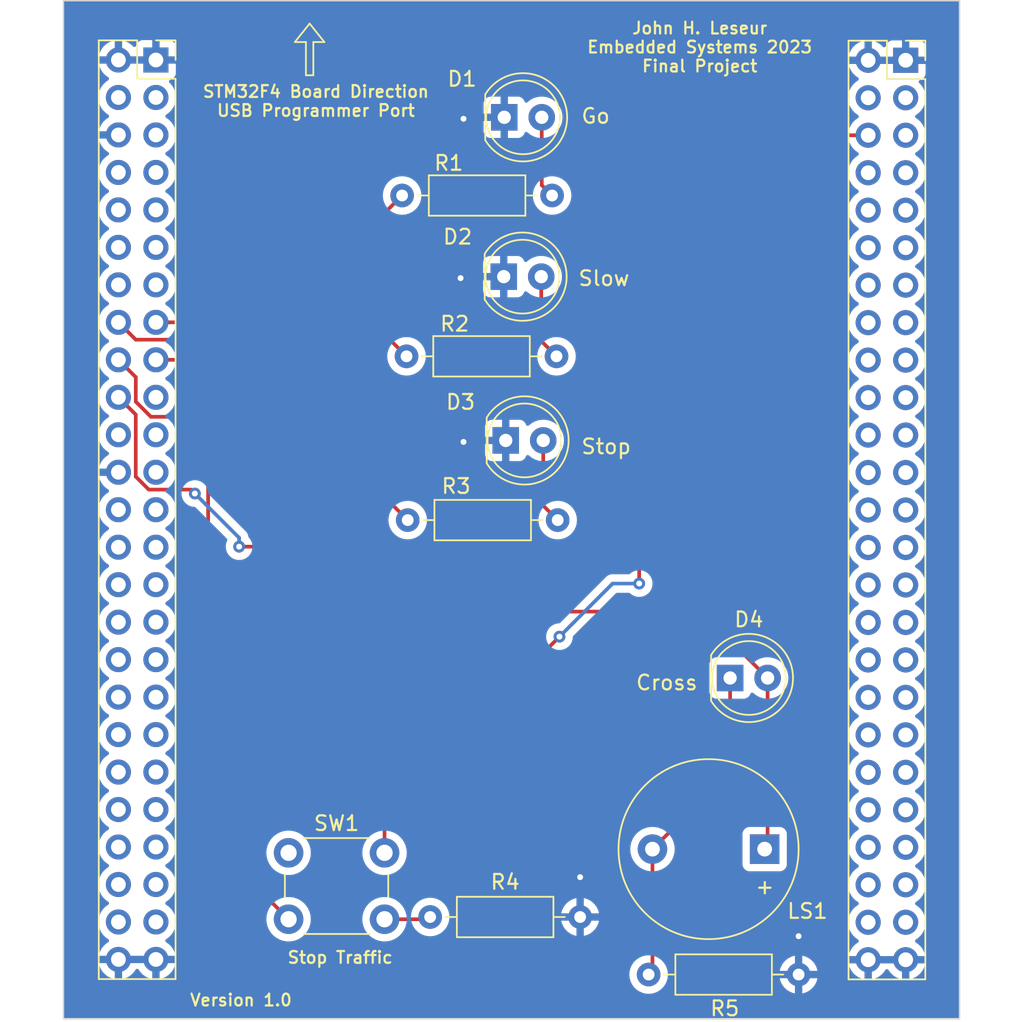
<source format=kicad_pcb>
(kicad_pcb (version 20221018) (generator pcbnew)
  (layers (0 "F.Cu" signal) (31 "B.Cu" signal) (34 "B.Paste" user) (35 "F.Paste" user) (36 "B.SilkS" user "B.Silkscreen") (37 "F.SilkS" user "F.Silkscreen") (38 "B.Mask" user) (39 "F.Mask" user) (44 "Edge.Cuts" user))
  (net 0 "")
  (net 1 "GND")
  (net 8 "Net-(D1-A)")
  (net 9 "Net-(D2-A)")
  (net 10 "Net-(D3-A)")
  (net 11 "Net-(D4-K)")
  (net 21 "+5V")
  (net 22 "+3V0")
  (net 69 "Buzzer{slash}LED")
  (net 74 "unconnected-(J1-Pin_14-Pad14)")
  (net 90 "Green_LED")
  (net 91 "Yellow_LED")
  (net 92 "Red_LED")
  (net 93 "Switch")
  (footprint "Connector_PinSocket_2.54mm:PinSocket_2x25_P2.54mm_Vertical" (layer "F.Cu") (at 170.1524 59.1362)
    (fp_text reference "J2")
    (fp_text value "Discovery Board Conn 2")
    (fp_line (start -3.87 -1.33) (end -3.87 62.29) (stroke (width 0.12)) (layer "F.SilkS"))
    (fp_line (start -3.87 -1.33) (end -1.27 -1.33) (stroke (width 0.12)) (layer "F.SilkS"))
    (fp_line (start -3.87 62.29) (end 1.33 62.29) (stroke (width 0.12)) (layer "F.SilkS"))
    (fp_line (start -1.27 -1.33) (end -1.27 1.27) (stroke (width 0.12)) (layer "F.SilkS"))
    (fp_line (start -1.27 1.27) (end 1.33 1.27) (stroke (width 0.12)) (layer "F.SilkS"))
    (fp_line (start 0 -1.33) (end 1.33 -1.33) (stroke (width 0.12)) (layer "F.SilkS"))
    (fp_line (start 1.33 -1.33) (end 1.33 0) (stroke (width 0.12)) (layer "F.SilkS"))
    (fp_line (start 1.33 1.27) (end 1.33 62.29) (stroke (width 0.12)) (layer "F.SilkS"))
    (pad "1" thru_hole rect (at 0 0) (size 1.7 1.7) (drill 1) (layers "*.Cu" "*.Mask") (net 1 "GND"))
    (pad "2" thru_hole oval (at -2.54 0) (size 1.7 1.7) (drill 1) (layers "*.Cu" "*.Mask") (net 1 "GND"))
    (pad "3" thru_hole oval (at 0 2.54) (size 1.7 1.7) (drill 1) (layers "*.Cu" "*.Mask") (net 21 "+5V"))
    (pad "4" thru_hole oval (at -2.54 2.54) (size 1.7 1.7) (drill 1) (layers "*.Cu" "*.Mask") (net 21 "+5V"))
    (pad "5" thru_hole oval (at 0 5.08) (size 1.7 1.7) (drill 1) (layers "*.Cu" "*.Mask") (net 22 "+3V0"))
    (pad "6" thru_hole oval (at -2.54 5.08) (size 1.7 1.7) (drill 1) (layers "*.Cu" "*.Mask") (net 22 "+3V0"))
    (pad "7" thru_hole oval (at 0 7.62) (size 1.7 1.7) (drill 1) (layers "*.Cu" "*.Mask"))
    (pad "8" thru_hole oval (at -2.54 7.62) (size 1.7 1.7) (drill 1) (layers "*.Cu" "*.Mask"))
    (pad "9" thru_hole oval (at 0 10.16) (size 1.7 1.7) (drill 1) (layers "*.Cu" "*.Mask"))
    (pad "10" thru_hole oval (at -2.54 10.16) (size 1.7 1.7) (drill 1) (layers "*.Cu" "*.Mask"))
    (pad "11" thru_hole oval (at 0 12.7) (size 1.7 1.7) (drill 1) (layers "*.Cu" "*.Mask"))
    (pad "12" thru_hole oval (at -2.54 12.7) (size 1.7 1.7) (drill 1) (layers "*.Cu" "*.Mask"))
    (pad "13" thru_hole oval (at 0 15.24) (size 1.7 1.7) (drill 1) (layers "*.Cu" "*.Mask"))
    (pad "14" thru_hole oval (at -2.54 15.24) (size 1.7 1.7) (drill 1) (layers "*.Cu" "*.Mask"))
    (pad "15" thru_hole oval (at 0 17.78) (size 1.7 1.7) (drill 1) (layers "*.Cu" "*.Mask"))
    (pad "16" thru_hole oval (at -2.54 17.78) (size 1.7 1.7) (drill 1) (layers "*.Cu" "*.Mask"))
    (pad "17" thru_hole oval (at 0 20.32) (size 1.7 1.7) (drill 1) (layers "*.Cu" "*.Mask"))
    (pad "18" thru_hole oval (at -2.54 20.32) (size 1.7 1.7) (drill 1) (layers "*.Cu" "*.Mask"))
    (pad "19" thru_hole oval (at 0 22.86) (size 1.7 1.7) (drill 1) (layers "*.Cu" "*.Mask"))
    (pad "20" thru_hole oval (at -2.54 22.86) (size 1.7 1.7) (drill 1) (layers "*.Cu" "*.Mask"))
    (pad "21" thru_hole oval (at 0 25.4) (size 1.7 1.7) (drill 1) (layers "*.Cu" "*.Mask"))
    (pad "22" thru_hole oval (at -2.54 25.4) (size 1.7 1.7) (drill 1) (layers "*.Cu" "*.Mask"))
    (pad "23" thru_hole oval (at 0 27.94) (size 1.7 1.7) (drill 1) (layers "*.Cu" "*.Mask"))
    (pad "24" thru_hole oval (at -2.54 27.94) (size 1.7 1.7) (drill 1) (layers "*.Cu" "*.Mask"))
    (pad "25" thru_hole oval (at 0 30.48) (size 1.7 1.7) (drill 1) (layers "*.Cu" "*.Mask"))
    (pad "26" thru_hole oval (at -2.54 30.48) (size 1.7 1.7) (drill 1) (layers "*.Cu" "*.Mask"))
    (pad "27" thru_hole oval (at 0 33.02) (size 1.7 1.7) (drill 1) (layers "*.Cu" "*.Mask"))
    (pad "28" thru_hole oval (at -2.54 33.02) (size 1.7 1.7) (drill 1) (layers "*.Cu" "*.Mask"))
    (pad "29" thru_hole oval (at 0 35.56) (size 1.7 1.7) (drill 1) (layers "*.Cu" "*.Mask"))
    (pad "30" thru_hole oval (at -2.54 35.56) (size 1.7 1.7) (drill 1) (layers "*.Cu" "*.Mask"))
    (pad "31" thru_hole oval (at 0 38.1) (size 1.7 1.7) (drill 1) (layers "*.Cu" "*.Mask"))
    (pad "32" thru_hole oval (at -2.54 38.1) (size 1.7 1.7) (drill 1) (layers "*.Cu" "*.Mask"))
    (pad "33" thru_hole oval (at 0 40.64) (size 1.7 1.7) (drill 1) (layers "*.Cu" "*.Mask"))
    (pad "34" thru_hole oval (at -2.54 40.64) (size 1.7 1.7) (drill 1) (layers "*.Cu" "*.Mask"))
    (pad "35" thru_hole oval (at 0 43.18) (size 1.7 1.7) (drill 1) (layers "*.Cu" "*.Mask"))
    (pad "36" thru_hole oval (at -2.54 43.18) (size 1.7 1.7) (drill 1) (layers "*.Cu" "*.Mask"))
    (pad "37" thru_hole oval (at 0 45.72) (size 1.7 1.7) (drill 1) (layers "*.Cu" "*.Mask"))
    (pad "38" thru_hole oval (at -2.54 45.72) (size 1.7 1.7) (drill 1) (layers "*.Cu" "*.Mask"))
    (pad "39" thru_hole oval (at 0 48.26) (size 1.7 1.7) (drill 1) (layers "*.Cu" "*.Mask"))
    (pad "40" thru_hole oval (at -2.54 48.26) (size 1.7 1.7) (drill 1) (layers "*.Cu" "*.Mask"))
    (pad "41" thru_hole oval (at 0 50.8) (size 1.7 1.7) (drill 1) (layers "*.Cu" "*.Mask"))
    (pad "42" thru_hole oval (at -2.54 50.8) (size 1.7 1.7) (drill 1) (layers "*.Cu" "*.Mask"))
    (pad "43" thru_hole oval (at 0 53.34) (size 1.7 1.7) (drill 1) (layers "*.Cu" "*.Mask"))
    (pad "44" thru_hole oval (at -2.54 53.34) (size 1.7 1.7) (drill 1) (layers "*.Cu" "*.Mask"))
    (pad "45" thru_hole oval (at 0 55.88) (size 1.7 1.7) (drill 1) (layers "*.Cu" "*.Mask"))
    (pad "46" thru_hole oval (at -2.54 55.88) (size 1.7 1.7) (drill 1) (layers "*.Cu" "*.Mask"))
    (pad "47" thru_hole oval (at 0 58.42) (size 1.7 1.7) (drill 1) (layers "*.Cu" "*.Mask"))
    (pad "48" thru_hole oval (at -2.54 58.42) (size 1.7 1.7) (drill 1) (layers "*.Cu" "*.Mask"))
    (pad "49" thru_hole oval (at 0 60.96) (size 1.7 1.7) (drill 1) (layers "*.Cu" "*.Mask") (net 1 "GND"))
    (pad "50" thru_hole oval (at -2.54 60.96) (size 1.7 1.7) (drill 1) (layers "*.Cu" "*.Mask") (net 1 "GND"))
  )
  (footprint "LED_THT:LED_D5.0mm_Clear" (layer "F.Cu") (at 142.96 63)
    (fp_text reference "D1" (at -2.86 -2.6) (layer "F.SilkS"))
    (fp_text value "LED")
    (fp_line (start -1.29 -1.545) (end -1.29 1.545) (stroke (width 0.12)) (layer "F.SilkS"))
    (fp_arc (start -1.29 -1.54483) (mid 2.072002 -2.880433) (end 4.26 0.000462) (stroke (width 0.12)) (layer "F.SilkS"))
    (fp_arc (start 4.26 -0.000462) (mid 2.072002 2.880433) (end -1.29 1.54483) (stroke (width 0.12)) (layer "F.SilkS"))
    (fp_circle (center 1.27 0) (end 3.77 0) (stroke (width 0.12)) (fill none) (layer "F.SilkS"))
    (pad "1" thru_hole rect (at 0 0) (size 1.8 1.8) (drill 0.9) (layers "*.Cu" "*.Mask") (net 1 "GND"))
    (pad "2" thru_hole circle (at 2.54 0) (size 1.8 1.8) (drill 0.9) (layers "*.Cu" "*.Mask") (net 8 "Net-(D1-A)"))
  )
  (footprint "LED_THT:LED_D5.0mm_Clear" (layer "F.Cu") (at 142.925 73.8)
    (fp_text reference "D2" (at -3.125 -2.7) (layer "F.SilkS"))
    (fp_text value "LED")
    (fp_line (start -1.29 -1.545) (end -1.29 1.545) (stroke (width 0.12)) (layer "F.SilkS"))
    (fp_arc (start -1.29 -1.54483) (mid 2.072002 -2.880433) (end 4.26 0.000462) (stroke (width 0.12)) (layer "F.SilkS"))
    (fp_arc (start 4.26 -0.000462) (mid 2.072002 2.880433) (end -1.29 1.54483) (stroke (width 0.12)) (layer "F.SilkS"))
    (fp_circle (center 1.27 0) (end 3.77 0) (stroke (width 0.12)) (fill none) (layer "F.SilkS"))
    (pad "1" thru_hole rect (at 0 0) (size 1.8 1.8) (drill 0.9) (layers "*.Cu" "*.Mask") (net 1 "GND"))
    (pad "2" thru_hole circle (at 2.54 0) (size 1.8 1.8) (drill 0.9) (layers "*.Cu" "*.Mask") (net 9 "Net-(D2-A)"))
  )
  (footprint "LED_THT:LED_D5.0mm_Clear" (layer "F.Cu") (at 143.06 84.9)
    (fp_text reference "D3" (at -3.06 -2.6) (layer "F.SilkS"))
    (fp_text value "LED")
    (fp_line (start -1.29 -1.545) (end -1.29 1.545) (stroke (width 0.12)) (layer "F.SilkS"))
    (fp_arc (start -1.29 -1.54483) (mid 2.072002 -2.880433) (end 4.26 0.000462) (stroke (width 0.12)) (layer "F.SilkS"))
    (fp_arc (start 4.26 -0.000462) (mid 2.072002 2.880433) (end -1.29 1.54483) (stroke (width 0.12)) (layer "F.SilkS"))
    (fp_circle (center 1.27 0) (end 3.77 0) (stroke (width 0.12)) (fill none) (layer "F.SilkS"))
    (pad "1" thru_hole rect (at 0 0) (size 1.8 1.8) (drill 0.9) (layers "*.Cu" "*.Mask") (net 1 "GND"))
    (pad "2" thru_hole circle (at 2.54 0) (size 1.8 1.8) (drill 0.9) (layers "*.Cu" "*.Mask") (net 10 "Net-(D3-A)"))
  )
  (footprint "Resistor_THT:R_Axial_DIN0207_L6.3mm_D2.5mm_P10.16mm_Horizontal" (layer "F.Cu") (at 136.42 90.3)
    (fp_text reference "R3" (at 3.28 -2.3) (layer "F.SilkS"))
    (fp_text value "330")
    (fp_line (start 1.04 0) (end 1.81 0) (stroke (width 0.12)) (layer "F.SilkS"))
    (fp_line (start 1.81 -1.37) (end 1.81 1.37) (stroke (width 0.12)) (layer "F.SilkS"))
    (fp_line (start 1.81 1.37) (end 8.35 1.37) (stroke (width 0.12)) (layer "F.SilkS"))
    (fp_line (start 8.35 -1.37) (end 1.81 -1.37) (stroke (width 0.12)) (layer "F.SilkS"))
    (fp_line (start 8.35 1.37) (end 8.35 -1.37) (stroke (width 0.12)) (layer "F.SilkS"))
    (fp_line (start 9.12 0) (end 8.35 0) (stroke (width 0.12)) (layer "F.SilkS"))
    (pad "1" thru_hole circle (at 0 0) (size 1.6 1.6) (drill 0.8) (layers "*.Cu" "*.Mask") (net 92 "Red_LED"))
    (pad "2" thru_hole oval (at 10.16 0) (size 1.6 1.6) (drill 0.8) (layers "*.Cu" "*.Mask") (net 10 "Net-(D3-A)"))
  )
  (footprint "Button_Switch_THT:SW_PUSH_6mm" (layer "F.Cu") (at 128.35 112.85)
    (fp_text reference "SW1" (at 3.25 -2) (layer "F.SilkS"))
    (fp_text value "SW_Push")
    (fp_line (start -0.25 1.5) (end -0.25 3) (stroke (width 0.12)) (layer "F.SilkS"))
    (fp_line (start 1 5.5) (end 5.5 5.5) (stroke (width 0.12)) (layer "F.SilkS"))
    (fp_line (start 5.5 -1) (end 1 -1) (stroke (width 0.12)) (layer "F.SilkS"))
    (fp_line (start 6.75 3) (end 6.75 1.5) (stroke (width 0.12)) (layer "F.SilkS"))
    (pad "1" thru_hole circle (at 0 0 90) (size 2 2) (drill 1.1) (layers "*.Cu" "*.Mask") (net 22 "+3V0"))
    (pad "1" thru_hole circle (at 6.5 0 90) (size 2 2) (drill 1.1) (layers "*.Cu" "*.Mask") (net 22 "+3V0"))
    (pad "2" thru_hole circle (at 0 4.5 90) (size 2 2) (drill 1.1) (layers "*.Cu" "*.Mask") (net 93 "Switch"))
    (pad "2" thru_hole circle (at 6.5 4.5 90) (size 2 2) (drill 1.1) (layers "*.Cu" "*.Mask") (net 93 "Switch"))
  )
  (footprint "Buzzer_Beeper:Buzzer_12x9.5RM7.6" (layer "F.Cu") (at 160.6 112.6 180)
    (fp_text reference "LS1" (at -2.9 -4.2) (layer "F.SilkS"))
    (fp_text value "Speaker")
    (fp_text user "+" (at -0.01 -2.54) (layer "F.SilkS"))
    (fp_circle (center 3.8 0) (end 9.9 0) (stroke (width 0.12)) (fill none) (layer "F.SilkS"))
    (pad "1" thru_hole rect (at 0 0 180) (size 2 2) (drill 1) (layers "*.Cu" "*.Mask") (net 69 "Buzzer{slash}LED"))
    (pad "2" thru_hole circle (at 7.6 0 180) (size 2 2) (drill 1) (layers "*.Cu" "*.Mask") (net 11 "Net-(D4-K)"))
  )
  (footprint "Connector_PinSocket_2.54mm:PinSocket_2x25_P2.54mm_Vertical" (layer "F.Cu") (at 119.3624 59.1162)
    (fp_text reference "J1")
    (fp_text value "Discovery Board Conn 1")
    (fp_line (start -3.87 -1.33) (end -3.87 62.29) (stroke (width 0.12)) (layer "F.SilkS"))
    (fp_line (start -3.87 -1.33) (end -1.27 -1.33) (stroke (width 0.12)) (layer "F.SilkS"))
    (fp_line (start -3.87 62.29) (end 1.33 62.29) (stroke (width 0.12)) (layer "F.SilkS"))
    (fp_line (start -1.27 -1.33) (end -1.27 1.27) (stroke (width 0.12)) (layer "F.SilkS"))
    (fp_line (start -1.27 1.27) (end 1.33 1.27) (stroke (width 0.12)) (layer "F.SilkS"))
    (fp_line (start 0 -1.33) (end 1.33 -1.33) (stroke (width 0.12)) (layer "F.SilkS"))
    (fp_line (start 1.33 -1.33) (end 1.33 0) (stroke (width 0.12)) (layer "F.SilkS"))
    (fp_line (start 1.33 1.27) (end 1.33 62.29) (stroke (width 0.12)) (layer "F.SilkS"))
    (pad "1" thru_hole rect (at 0 0) (size 1.7 1.7) (drill 1) (layers "*.Cu" "*.Mask") (net 1 "GND"))
    (pad "2" thru_hole oval (at -2.54 0) (size 1.7 1.7) (drill 1) (layers "*.Cu" "*.Mask") (net 1 "GND"))
    (pad "3" thru_hole oval (at 0 2.54) (size 1.7 1.7) (drill 1) (layers "*.Cu" "*.Mask"))
    (pad "4" thru_hole oval (at -2.54 2.54) (size 1.7 1.7) (drill 1) (layers "*.Cu" "*.Mask"))
    (pad "5" thru_hole oval (at 0 5.08) (size 1.7 1.7) (drill 1) (layers "*.Cu" "*.Mask"))
    (pad "6" thru_hole oval (at -2.54 5.08) (size 1.7 1.7) (drill 1) (layers "*.Cu" "*.Mask") (net 1 "GND"))
    (pad "7" thru_hole oval (at 0 7.62) (size 1.7 1.7) (drill 1) (layers "*.Cu" "*.Mask"))
    (pad "8" thru_hole oval (at -2.54 7.62) (size 1.7 1.7) (drill 1) (layers "*.Cu" "*.Mask"))
    (pad "9" thru_hole oval (at 0 10.16) (size 1.7 1.7) (drill 1) (layers "*.Cu" "*.Mask"))
    (pad "10" thru_hole oval (at -2.54 10.16) (size 1.7 1.7) (drill 1) (layers "*.Cu" "*.Mask"))
    (pad "11" thru_hole oval (at 0 12.7) (size 1.7 1.7) (drill 1) (layers "*.Cu" "*.Mask"))
    (pad "12" thru_hole oval (at -2.54 12.7) (size 1.7 1.7) (drill 1) (layers "*.Cu" "*.Mask"))
    (pad "13" thru_hole oval (at 0 15.24) (size 1.7 1.7) (drill 1) (layers "*.Cu" "*.Mask"))
    (pad "14" thru_hole oval (at -2.54 15.24) (size 1.7 1.7) (drill 1) (layers "*.Cu" "*.Mask") (net 74 "unconnected-(J1-Pin_14-Pad14)"))
    (pad "15" thru_hole oval (at 0 17.78) (size 1.7 1.7) (drill 1) (layers "*.Cu" "*.Mask") (net 90 "Green_LED"))
    (pad "16" thru_hole oval (at -2.54 17.78) (size 1.7 1.7) (drill 1) (layers "*.Cu" "*.Mask") (net 91 "Yellow_LED"))
    (pad "17" thru_hole oval (at 0 20.32) (size 1.7 1.7) (drill 1) (layers "*.Cu" "*.Mask") (net 92 "Red_LED"))
    (pad "18" thru_hole oval (at -2.54 20.32) (size 1.7 1.7) (drill 1) (layers "*.Cu" "*.Mask") (net 93 "Switch"))
    (pad "19" thru_hole oval (at 0 22.86) (size 1.7 1.7) (drill 1) (layers "*.Cu" "*.Mask"))
    (pad "20" thru_hole oval (at -2.54 22.86) (size 1.7 1.7) (drill 1) (layers "*.Cu" "*.Mask") (net 69 "Buzzer{slash}LED"))
    (pad "21" thru_hole oval (at 0 25.4) (size 1.7 1.7) (drill 1) (layers "*.Cu" "*.Mask"))
    (pad "22" thru_hole oval (at -2.54 25.4) (size 1.7 1.7) (drill 1) (layers "*.Cu" "*.Mask"))
    (pad "23" thru_hole oval (at 0 27.94) (size 1.7 1.7) (drill 1) (layers "*.Cu" "*.Mask"))
    (pad "24" thru_hole oval (at -2.54 27.94) (size 1.7 1.7) (drill 1) (layers "*.Cu" "*.Mask") (net 1 "GND"))
    (pad "25" thru_hole oval (at 0 30.48) (size 1.7 1.7) (drill 1) (layers "*.Cu" "*.Mask"))
    (pad "26" thru_hole oval (at -2.54 30.48) (size 1.7 1.7) (drill 1) (layers "*.Cu" "*.Mask"))
    (pad "27" thru_hole oval (at 0 33.02) (size 1.7 1.7) (drill 1) (layers "*.Cu" "*.Mask"))
    (pad "28" thru_hole oval (at -2.54 33.02) (size 1.7 1.7) (drill 1) (layers "*.Cu" "*.Mask"))
    (pad "29" thru_hole oval (at 0 35.56) (size 1.7 1.7) (drill 1) (layers "*.Cu" "*.Mask"))
    (pad "30" thru_hole oval (at -2.54 35.56) (size 1.7 1.7) (drill 1) (layers "*.Cu" "*.Mask"))
    (pad "31" thru_hole oval (at 0 38.1) (size 1.7 1.7) (drill 1) (layers "*.Cu" "*.Mask"))
    (pad "32" thru_hole oval (at -2.54 38.1) (size 1.7 1.7) (drill 1) (layers "*.Cu" "*.Mask"))
    (pad "33" thru_hole oval (at 0 40.64) (size 1.7 1.7) (drill 1) (layers "*.Cu" "*.Mask"))
    (pad "34" thru_hole oval (at -2.54 40.64) (size 1.7 1.7) (drill 1) (layers "*.Cu" "*.Mask"))
    (pad "35" thru_hole oval (at 0 43.18) (size 1.7 1.7) (drill 1) (layers "*.Cu" "*.Mask"))
    (pad "36" thru_hole oval (at -2.54 43.18) (size 1.7 1.7) (drill 1) (layers "*.Cu" "*.Mask"))
    (pad "37" thru_hole oval (at 0 45.72) (size 1.7 1.7) (drill 1) (layers "*.Cu" "*.Mask"))
    (pad "38" thru_hole oval (at -2.54 45.72) (size 1.7 1.7) (drill 1) (layers "*.Cu" "*.Mask"))
    (pad "39" thru_hole oval (at 0 48.26) (size 1.7 1.7) (drill 1) (layers "*.Cu" "*.Mask"))
    (pad "40" thru_hole oval (at -2.54 48.26) (size 1.7 1.7) (drill 1) (layers "*.Cu" "*.Mask"))
    (pad "41" thru_hole oval (at 0 50.8) (size 1.7 1.7) (drill 1) (layers "*.Cu" "*.Mask"))
    (pad "42" thru_hole oval (at -2.54 50.8) (size 1.7 1.7) (drill 1) (layers "*.Cu" "*.Mask"))
    (pad "43" thru_hole oval (at 0 53.34) (size 1.7 1.7) (drill 1) (layers "*.Cu" "*.Mask"))
    (pad "44" thru_hole oval (at -2.54 53.34) (size 1.7 1.7) (drill 1) (layers "*.Cu" "*.Mask"))
    (pad "45" thru_hole oval (at 0 55.88) (size 1.7 1.7) (drill 1) (layers "*.Cu" "*.Mask"))
    (pad "46" thru_hole oval (at -2.54 55.88) (size 1.7 1.7) (drill 1) (layers "*.Cu" "*.Mask"))
    (pad "47" thru_hole oval (at 0 58.42) (size 1.7 1.7) (drill 1) (layers "*.Cu" "*.Mask"))
    (pad "48" thru_hole oval (at -2.54 58.42) (size 1.7 1.7) (drill 1) (layers "*.Cu" "*.Mask"))
    (pad "49" thru_hole oval (at 0 60.96) (size 1.7 1.7) (drill 1) (layers "*.Cu" "*.Mask") (net 1 "GND"))
    (pad "50" thru_hole oval (at -2.54 60.96) (size 1.7 1.7) (drill 1) (layers "*.Cu" "*.Mask") (net 1 "GND"))
  )
  (footprint "Resistor_THT:R_Axial_DIN0207_L6.3mm_D2.5mm_P10.16mm_Horizontal" (layer "F.Cu") (at 152.74 121.1)
    (fp_text reference "R5" (at 5.16 2.3) (layer "F.SilkS"))
    (fp_text value "100")
    (fp_line (start 1.04 0) (end 1.81 0) (stroke (width 0.12)) (layer "F.SilkS"))
    (fp_line (start 1.81 -1.37) (end 1.81 1.37) (stroke (width 0.12)) (layer "F.SilkS"))
    (fp_line (start 1.81 1.37) (end 8.35 1.37) (stroke (width 0.12)) (layer "F.SilkS"))
    (fp_line (start 8.35 -1.37) (end 1.81 -1.37) (stroke (width 0.12)) (layer "F.SilkS"))
    (fp_line (start 8.35 1.37) (end 8.35 -1.37) (stroke (width 0.12)) (layer "F.SilkS"))
    (fp_line (start 9.12 0) (end 8.35 0) (stroke (width 0.12)) (layer "F.SilkS"))
    (pad "1" thru_hole circle (at 0 0) (size 1.6 1.6) (drill 0.8) (layers "*.Cu" "*.Mask") (net 11 "Net-(D4-K)"))
    (pad "2" thru_hole oval (at 10.16 0) (size 1.6 1.6) (drill 0.8) (layers "*.Cu" "*.Mask") (net 1 "GND"))
  )
  (footprint "LED_THT:LED_D5.0mm_Clear" (layer "F.Cu") (at 158.26 101)
    (fp_text reference "D4" (at 1.27 -3.96) (layer "F.SilkS"))
    (fp_text value "LED")
    (fp_line (start -1.29 -1.545) (end -1.29 1.545) (stroke (width 0.12)) (layer "F.SilkS"))
    (fp_arc (start -1.29 -1.54483) (mid 2.072002 -2.880433) (end 4.26 0.000462) (stroke (width 0.12)) (layer "F.SilkS"))
    (fp_arc (start 4.26 -0.000462) (mid 2.072002 2.880433) (end -1.29 1.54483) (stroke (width 0.12)) (layer "F.SilkS"))
    (fp_circle (center 1.27 0) (end 3.77 0) (stroke (width 0.12)) (fill none) (layer "F.SilkS"))
    (pad "1" thru_hole rect (at 0 0) (size 1.8 1.8) (drill 0.9) (layers "*.Cu" "*.Mask") (net 11 "Net-(D4-K)"))
    (pad "2" thru_hole circle (at 2.54 0) (size 1.8 1.8) (drill 0.9) (layers "*.Cu" "*.Mask") (net 69 "Buzzer{slash}LED"))
  )
  (footprint "Resistor_THT:R_Axial_DIN0207_L6.3mm_D2.5mm_P10.16mm_Horizontal" (layer "F.Cu") (at 136.34 79.2)
    (fp_text reference "R2" (at 3.26 -2.2) (layer "F.SilkS"))
    (fp_text value "330")
    (fp_line (start 1.04 0) (end 1.81 0) (stroke (width 0.12)) (layer "F.SilkS"))
    (fp_line (start 1.81 -1.37) (end 1.81 1.37) (stroke (width 0.12)) (layer "F.SilkS"))
    (fp_line (start 1.81 1.37) (end 8.35 1.37) (stroke (width 0.12)) (layer "F.SilkS"))
    (fp_line (start 8.35 -1.37) (end 1.81 -1.37) (stroke (width 0.12)) (layer "F.SilkS"))
    (fp_line (start 8.35 1.37) (end 8.35 -1.37) (stroke (width 0.12)) (layer "F.SilkS"))
    (fp_line (start 9.12 0) (end 8.35 0) (stroke (width 0.12)) (layer "F.SilkS"))
    (pad "1" thru_hole circle (at 0 0) (size 1.6 1.6) (drill 0.8) (layers "*.Cu" "*.Mask") (net 91 "Yellow_LED"))
    (pad "2" thru_hole oval (at 10.16 0) (size 1.6 1.6) (drill 0.8) (layers "*.Cu" "*.Mask") (net 9 "Net-(D2-A)"))
  )
  (footprint "Resistor_THT:R_Axial_DIN0207_L6.3mm_D2.5mm_P10.16mm_Horizontal" (layer "F.Cu") (at 136.04 68.3)
    (fp_text reference "R1" (at 3.16 -2.2) (layer "F.SilkS"))
    (fp_text value "330")
    (fp_line (start 1.04 0) (end 1.81 0) (stroke (width 0.12)) (layer "F.SilkS"))
    (fp_line (start 1.81 -1.37) (end 1.81 1.37) (stroke (width 0.12)) (layer "F.SilkS"))
    (fp_line (start 1.81 1.37) (end 8.35 1.37) (stroke (width 0.12)) (layer "F.SilkS"))
    (fp_line (start 8.35 -1.37) (end 1.81 -1.37) (stroke (width 0.12)) (layer "F.SilkS"))
    (fp_line (start 8.35 1.37) (end 8.35 -1.37) (stroke (width 0.12)) (layer "F.SilkS"))
    (fp_line (start 9.12 0) (end 8.35 0) (stroke (width 0.12)) (layer "F.SilkS"))
    (pad "1" thru_hole circle (at 0 0) (size 1.6 1.6) (drill 0.8) (layers "*.Cu" "*.Mask") (net 90 "Green_LED"))
    (pad "2" thru_hole oval (at 10.16 0) (size 1.6 1.6) (drill 0.8) (layers "*.Cu" "*.Mask") (net 8 "Net-(D1-A)"))
  )
  (footprint "Resistor_THT:R_Axial_DIN0207_L6.3mm_D2.5mm_P10.16mm_Horizontal" (layer "F.Cu") (at 137.94 117.2)
    (fp_text reference "R4" (at 5.08 -2.37) (layer "F.SilkS"))
    (fp_text value "220")
    (fp_line (start 1.04 0) (end 1.81 0) (stroke (width 0.12)) (layer "F.SilkS"))
    (fp_line (start 1.81 -1.37) (end 1.81 1.37) (stroke (width 0.12)) (layer "F.SilkS"))
    (fp_line (start 1.81 1.37) (end 8.35 1.37) (stroke (width 0.12)) (layer "F.SilkS"))
    (fp_line (start 8.35 -1.37) (end 1.81 -1.37) (stroke (width 0.12)) (layer "F.SilkS"))
    (fp_line (start 8.35 1.37) (end 8.35 -1.37) (stroke (width 0.12)) (layer "F.SilkS"))
    (fp_line (start 9.12 0) (end 8.35 0) (stroke (width 0.12)) (layer "F.SilkS"))
    (pad "1" thru_hole circle (at 0 0) (size 1.6 1.6) (drill 0.8) (layers "*.Cu" "*.Mask") (net 93 "Switch"))
    (pad "2" thru_hole oval (at 10.16 0) (size 1.6 1.6) (drill 0.8) (layers "*.Cu" "*.Mask") (net 1 "GND"))
  )
  (gr_line (start 129.525 57.9) (end 128.775 57.9) (stroke (width 0.12)) (layer "F.SilkS"))
  (gr_line (start 130.775 57.9) (end 129.775 56.65) (stroke (width 0.12)) (layer "F.SilkS"))
  (gr_line (start 130.775 57.9) (end 130.025 57.9) (stroke (width 0.12)) (layer "F.SilkS"))
  (gr_line (start 129.525 60.15) (end 130.025 60.15) (stroke (width 0.12)) (layer "F.SilkS"))
  (gr_line (start 130.025 60.15) (end 130.025 57.9) (stroke (width 0.12)) (layer "F.SilkS"))
  (gr_line (start 129.525 57.9) (end 129.525 60.15) (stroke (width 0.12)) (layer "F.SilkS"))
  (gr_line (start 129.775 56.65) (end 128.775 57.9) (stroke (width 0.12)) (layer "F.SilkS"))
  (gr_rect (start 113.1 55.1) (end 173.8 124.1) (stroke (width 0.1)) (fill none) (layer "Edge.Cuts"))
  (gr_text "Stop Traffic\n\n" (at 128.2 121.7) (layer "F.SilkS") (effects (font (size 0.8 0.8)) (justify left bottom)))
  (gr_text "STM32F4 Board Direction\nUSB Programmer Port" (at 130.2 61.9) (layer "F.SilkS") (effects (font (size 0.8 0.8))))
  (gr_text "John H. Leseur\nEmbedded Systems 2023\nFinal Project\n" (at 156.2 60) (layer "F.SilkS") (effects (font (size 0.8 0.8)) (justify bottom)))
  (gr_text "Stop" (at 148.1 85.9) (layer "F.SilkS") (effects (font (size 1 1)) (justify left bottom)))
  (gr_text "Slow\n" (at 147.9 74.5) (layer "F.SilkS") (effects (font (size 1 1)) (justify left bottom)))
  (gr_text "Cross" (at 151.8 101.9) (layer "F.SilkS") (effects (font (size 1 1)) (justify left bottom)))
  (gr_text "Version 1.0" (at 121.6 123.3) (layer "F.SilkS") (effects (font (size 0.8 0.8)) (justify left bottom)))
  (gr_text "Go" (at 148.1 63.5) (layer "F.SilkS") (effects (font (size 1 1)) (justify left bottom)))
  (segment (start 142.96 63) (end 140.3 63) (width 0.25) (layer "F.Cu") (net 1))
  (segment (start 140.3 63) (end 140.2 63.1) (width 0.25) (layer "F.Cu") (net 1))
  (segment (start 140.1 73.8) (end 140 73.9) (width 0.25) (layer "F.Cu") (net 1))
  (segment (start 148.1 117.2) (end 148.1 114.5) (width 0.25) (layer "F.Cu") (net 1))
  (segment (start 143.06 84.9) (end 140.3 84.9) (width 0.25) (layer "F.Cu") (net 1))
  (segment (start 162.9 121.1) (end 162.9 118.5) (width 0.25) (layer "F.Cu") (net 1))
  (segment (start 142.925 73.8) (end 140.1 73.8) (width 0.25) (layer "F.Cu") (net 1))
  (segment (start 140.3 84.9) (end 140.2 85) (width 0.25) (layer "F.Cu") (net 1))
  (via (at 148.1 114.5) (size 0.8) (drill 0.4) (layers "F.Cu" "B.Cu") (net 1))
  (via (at 162.9 118.5) (size 0.8) (drill 0.4) (layers "F.Cu" "B.Cu") (net 1))
  (via (at 140.2 63.1) (size 0.8) (drill 0.4) (layers "F.Cu" "B.Cu") (net 1))
  (via (at 140.2 85) (size 0.8) (drill 0.4) (layers "F.Cu" "B.Cu") (net 1))
  (via (at 140 73.9) (size 0.8) (drill 0.4) (layers "F.Cu" "B.Cu") (net 1))
  (segment (start 145.5 63) (end 145.5 67.6) (width 0.25) (layer "F.Cu") (net 8))
  (segment (start 145.5 67.6) (end 146.2 68.3) (width 0.25) (layer "F.Cu") (net 8))
  (segment (start 145.465 73.8) (end 145.465 78.165) (width 0.25) (layer "F.Cu") (net 9))
  (segment (start 145.465 78.165) (end 146.5 79.2) (width 0.25) (layer "F.Cu") (net 9))
  (segment (start 145.6 84.9) (end 145.6 89.32) (width 0.25) (layer "F.Cu") (net 10))
  (segment (start 145.6 89.32) (end 146.58 90.3) (width 0.25) (layer "F.Cu") (net 10))
  (segment (start 153 112.6) (end 153 120.84) (width 0.25) (layer "F.Cu") (net 11))
  (segment (start 158.26 107.34) (end 153 112.6) (width 0.25) (layer "F.Cu") (net 11))
  (segment (start 158.26 101) (end 158.26 107.34) (width 0.25) (layer "F.Cu") (net 11))
  (segment (start 153 120.84) (end 152.74 121.1) (width 0.25) (layer "F.Cu") (net 11))
  (segment (start 146.7 98.2) (end 134.85 110.05) (width 0.25) (layer "F.Cu") (net 22))
  (segment (start 160.870699 64.2162) (end 167.6124 64.2162) (width 0.25) (layer "F.Cu") (net 22))
  (segment (start 152.1 72.986899) (end 160.870699 64.2162) (width 0.25) (layer "F.Cu") (net 22))
  (segment (start 134.85 110.05) (end 134.85 112.85) (width 0.25) (layer "F.Cu") (net 22))
  (segment (start 152.1 94.6) (end 152.1 72.986899) (width 0.25) (layer "F.Cu") (net 22))
  (via (at 152.1 94.6) (size 0.8) (drill 0.4) (layers "F.Cu" "B.Cu") (net 22))
  (via (at 146.7 98.2) (size 0.8) (drill 0.4) (layers "F.Cu" "B.Cu") (net 22))
  (segment (start 150.3 94.6) (end 152.1 94.6) (width 0.25) (layer "B.Cu") (net 22))
  (segment (start 146.7 98.2) (end 150.3 94.6) (width 0.25) (layer "B.Cu") (net 22))
  (segment (start 118.875699 88.2312) (end 117.9974 87.352901) (width 0.25) (layer "F.Cu") (net 69))
  (segment (start 160.8 112.4) (end 160.6 112.6) (width 0.25) (layer "F.Cu") (net 69))
  (segment (start 121.7312 88.2312) (end 118.875699 88.2312) (width 0.25) (layer "F.Cu") (net 69))
  (segment (start 122 88.5) (end 121.7312 88.2312) (width 0.25) (layer "F.Cu") (net 69))
  (segment (start 156.3 96.5) (end 160.8 101) (width 0.25) (layer "F.Cu") (net 69))
  (segment (start 125 92.1) (end 130.4 92.1) (width 0.25) (layer "F.Cu") (net 69))
  (segment (start 117.9974 83.1512) (end 116.8224 81.9762) (width 0.25) (layer "F.Cu") (net 69))
  (segment (start 117.9974 87.352901) (end 117.9974 83.1512) (width 0.25) (layer "F.Cu") (net 69))
  (segment (start 134.8 96.5) (end 156.3 96.5) (width 0.25) (layer "F.Cu") (net 69))
  (segment (start 130.4 92.1) (end 134.8 96.5) (width 0.25) (layer "F.Cu") (net 69))
  (segment (start 160.8 101) (end 160.8 112.4) (width 0.25) (layer "F.Cu") (net 69))
  (via (at 122 88.5) (size 0.8) (drill 0.4) (layers "F.Cu" "B.Cu") (net 69))
  (via (at 125 92.1) (size 0.8) (drill 0.4) (layers "F.Cu" "B.Cu") (net 69))
  (segment (start 125 91.5) (end 122 88.5) (width 0.25) (layer "B.Cu") (net 69))
  (segment (start 125 92.1) (end 125 91.5) (width 0.25) (layer "B.Cu") (net 69))
  (segment (start 116.8224 74.3562) (end 116.8224 74.8796) (width 0.2032) (layer "F.Cu") (net 74))
  (segment (start 116.8224 74.3562) (end 116.8224 74.7526) (width 0.2032) (layer "F.Cu") (net 74))
  (segment (start 127.4438 76.8962) (end 136.04 68.3) (width 0.25) (layer "F.Cu") (net 90))
  (segment (start 119.3624 76.8962) (end 127.4438 76.8962) (width 0.25) (layer "F.Cu") (net 90))
  (segment (start 116.8224 76.8962) (end 117.9974 78.0712) (width 0.25) (layer "F.Cu") (net 91))
  (segment (start 135.2112 78.0712) (end 136.34 79.2) (width 0.25) (layer "F.Cu") (net 91))
  (segment (start 117.9974 78.0712) (end 135.2112 78.0712) (width 0.25) (layer "F.Cu") (net 91))
  (segment (start 119.3624 79.4362) (end 125.5562 79.4362) (width 0.25) (layer "F.Cu") (net 92))
  (segment (start 125.5562 79.4362) (end 136.42 90.3) (width 0.25) (layer "F.Cu") (net 92))
  (segment (start 118 82.275501) (end 118 80.6138) (width 0.25) (layer "F.Cu") (net 93))
  (segment (start 128.35 117.35) (end 122.9 111.9) (width 0.25) (layer "F.Cu") (net 93))
  (segment (start 134.85 117.35) (end 137.79 117.35) (width 0.25) (layer "F.Cu") (net 93))
  (segment (start 120.3 83.3) (end 119.024499 83.3) (width 0.25) (layer "F.Cu") (net 93))
  (segment (start 119.024499 83.3) (end 118 82.275501) (width 0.25) (layer "F.Cu") (net 93))
  (segment (start 137.79 117.35) (end 137.94 117.2) (width 0.25) (layer "F.Cu") (net 93))
  (segment (start 122.9 111.9) (end 122.9 85.9) (width 0.25) (layer "F.Cu") (net 93))
  (segment (start 118 80.6138) (end 116.8224 79.4362) (width 0.25) (layer "F.Cu") (net 93))
  (segment (start 122.9 85.9) (end 120.3 83.3) (width 0.25) (layer "F.Cu") (net 93))
  (zone (net 1) (net_name "GND") (layer "B.Cu") (connect_pads (clearance 0.5)) (min_thickness 0.25) (fill yes (thermal_gap 0.5) (thermal_bridge_width 0.5))
    (polygon (pts (xy 173.8 124.1) (xy 173.8 55.1) (xy 113.1 55.1) (xy 113.1 124.1)))
  )
)
</source>
